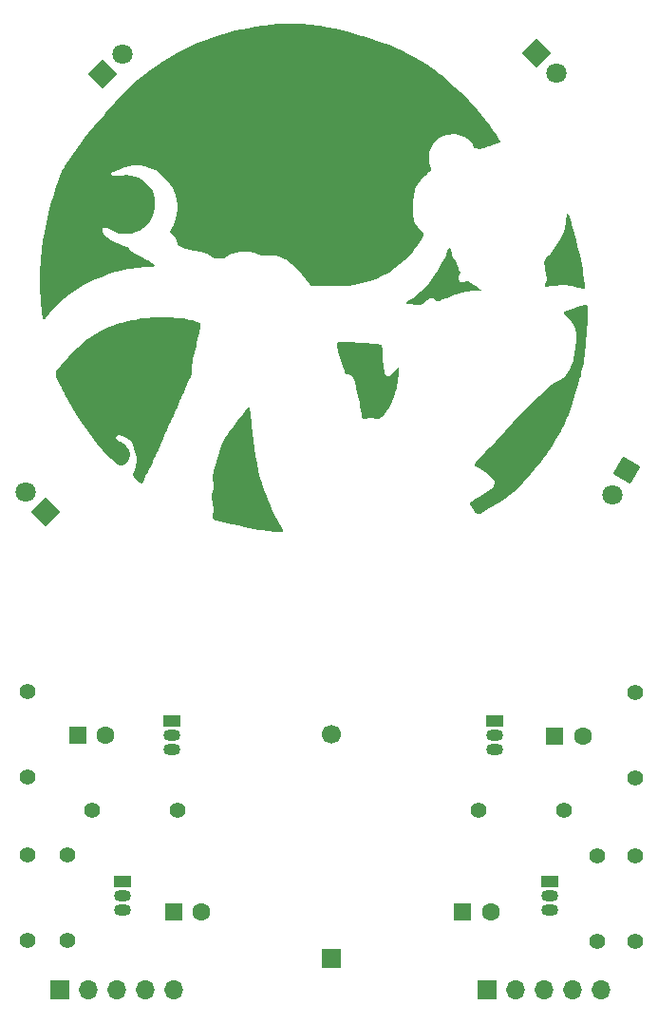
<source format=gts>
G04 #@! TF.GenerationSoftware,KiCad,Pcbnew,(6.0.11)*
G04 #@! TF.CreationDate,2023-07-10T16:30:22-05:00*
G04 #@! TF.ProjectId,sailor_moon,7361696c-6f72-45f6-9d6f-6f6e2e6b6963,rev?*
G04 #@! TF.SameCoordinates,Original*
G04 #@! TF.FileFunction,Soldermask,Top*
G04 #@! TF.FilePolarity,Negative*
%FSLAX46Y46*%
G04 Gerber Fmt 4.6, Leading zero omitted, Abs format (unit mm)*
G04 Created by KiCad (PCBNEW (6.0.11)) date 2023-07-10 16:30:22*
%MOMM*%
%LPD*%
G01*
G04 APERTURE LIST*
G04 Aperture macros list*
%AMRotRect*
0 Rectangle, with rotation*
0 The origin of the aperture is its center*
0 $1 length*
0 $2 width*
0 $3 Rotation angle, in degrees counterclockwise*
0 Add horizontal line*
21,1,$1,$2,0,0,$3*%
G04 Aperture macros list end*
%ADD10RotRect,1.800000X1.800000X240.000000*%
%ADD11C,1.800000*%
%ADD12C,1.400000*%
%ADD13R,1.600000X1.600000*%
%ADD14C,1.600000*%
%ADD15R,1.500000X1.050000*%
%ADD16O,1.500000X1.050000*%
%ADD17R,1.700000X1.700000*%
%ADD18C,1.700000*%
%ADD19RotRect,1.800000X1.800000X135.000000*%
%ADD20O,1.700000X1.700000*%
%ADD21RotRect,1.800000X1.800000X315.000000*%
%ADD22RotRect,1.800000X1.800000X45.000000*%
G04 APERTURE END LIST*
G36*
X126878581Y-62879859D02*
G01*
X127340745Y-62882955D01*
X127752983Y-62892256D01*
X128131947Y-62909087D01*
X128494287Y-62934775D01*
X128856654Y-62970646D01*
X129235699Y-63018025D01*
X129648072Y-63078239D01*
X129928614Y-63122733D01*
X130202587Y-63168946D01*
X130465149Y-63217245D01*
X130725142Y-63269786D01*
X130991409Y-63328728D01*
X131272792Y-63396228D01*
X131578132Y-63474444D01*
X131916271Y-63565533D01*
X132296052Y-63671654D01*
X132726316Y-63794965D01*
X132953220Y-63860849D01*
X133713304Y-64089012D01*
X134416126Y-64314806D01*
X135070875Y-64542221D01*
X135686740Y-64775245D01*
X136272909Y-65017867D01*
X136838571Y-65274078D01*
X137392915Y-65547864D01*
X137945130Y-65843217D01*
X138504405Y-66164124D01*
X139079928Y-66514574D01*
X139111301Y-66534200D01*
X139420683Y-66732272D01*
X139703845Y-66923655D01*
X139973167Y-67117835D01*
X140241027Y-67324297D01*
X140519805Y-67552527D01*
X140821878Y-67812012D01*
X141096006Y-68055090D01*
X141598542Y-68511343D01*
X142054915Y-68939002D01*
X142473722Y-69347650D01*
X142863562Y-69746869D01*
X143233033Y-70146239D01*
X143590733Y-70555342D01*
X143945260Y-70983759D01*
X144305213Y-71441073D01*
X144679189Y-71936865D01*
X145075787Y-72480715D01*
X145109350Y-72527422D01*
X145278574Y-72765135D01*
X145410233Y-72955764D01*
X145507244Y-73105306D01*
X145572521Y-73219758D01*
X145608981Y-73305115D01*
X145619541Y-73367374D01*
X145607116Y-73412530D01*
X145574622Y-73446581D01*
X145560878Y-73455851D01*
X145508525Y-73478509D01*
X145405518Y-73515295D01*
X145265290Y-73561666D01*
X145101279Y-73613082D01*
X145046819Y-73629603D01*
X144860435Y-73688859D01*
X144676839Y-73752782D01*
X144515610Y-73814208D01*
X144396328Y-73865974D01*
X144383851Y-73872165D01*
X144217749Y-73938460D01*
X144028026Y-73985435D01*
X143832081Y-74011597D01*
X143647312Y-74015454D01*
X143491120Y-73995514D01*
X143391427Y-73957284D01*
X143357867Y-73920498D01*
X143297840Y-73839967D01*
X143220500Y-73728399D01*
X143152410Y-73625484D01*
X142990504Y-73392684D01*
X142838126Y-73212388D01*
X142684154Y-73073623D01*
X142517461Y-72965415D01*
X142446461Y-72929059D01*
X142189234Y-72820246D01*
X141940334Y-72748711D01*
X141683767Y-72712515D01*
X141403536Y-72709717D01*
X141083645Y-72738378D01*
X140984704Y-72751788D01*
X140786402Y-72785144D01*
X140628913Y-72824888D01*
X140486304Y-72878589D01*
X140384445Y-72927018D01*
X140081928Y-73116776D01*
X139815277Y-73358901D01*
X139591324Y-73645654D01*
X139416898Y-73969293D01*
X139376439Y-74069250D01*
X139344769Y-74159194D01*
X139322579Y-74242286D01*
X139308280Y-74333193D01*
X139300282Y-74446581D01*
X139296995Y-74597116D01*
X139296830Y-74799467D01*
X139296846Y-74803547D01*
X139298524Y-75007057D01*
X139302982Y-75159099D01*
X139312035Y-75274951D01*
X139327497Y-75369893D01*
X139351181Y-75459204D01*
X139384902Y-75558162D01*
X139387193Y-75564491D01*
X139435475Y-75711278D01*
X139451599Y-75818993D01*
X139430029Y-75905606D01*
X139365230Y-75989091D01*
X139251665Y-76087420D01*
X139217875Y-76114173D01*
X139074876Y-76239401D01*
X138908118Y-76406047D01*
X138730304Y-76599618D01*
X138554141Y-76805618D01*
X138392334Y-77009553D01*
X138257588Y-77196927D01*
X138224534Y-77247440D01*
X138124287Y-77416508D01*
X138054978Y-77566916D01*
X138003336Y-77730021D01*
X137980437Y-77824178D01*
X137938764Y-78046952D01*
X137903878Y-78311351D01*
X137876280Y-78603944D01*
X137856470Y-78911300D01*
X137844948Y-79219990D01*
X137842216Y-79516584D01*
X137848773Y-79787650D01*
X137865120Y-80019758D01*
X137891758Y-80199478D01*
X137891895Y-80200117D01*
X137956955Y-80455539D01*
X138036738Y-80662900D01*
X138142179Y-80839465D01*
X138284210Y-81002496D01*
X138473763Y-81169260D01*
X138537326Y-81219348D01*
X138636285Y-81300837D01*
X138711313Y-81378420D01*
X138760796Y-81458051D01*
X138783120Y-81545681D01*
X138776671Y-81647264D01*
X138739836Y-81768752D01*
X138670999Y-81916096D01*
X138568547Y-82095251D01*
X138430866Y-82312167D01*
X138256343Y-82572797D01*
X138113974Y-82780683D01*
X137830686Y-83156220D01*
X137493144Y-83541470D01*
X137110971Y-83926747D01*
X136693786Y-84302367D01*
X136251211Y-84658645D01*
X136239878Y-84667240D01*
X135724437Y-85019346D01*
X135160016Y-85334202D01*
X134555030Y-85608650D01*
X133917891Y-85839531D01*
X133257014Y-86023686D01*
X132580811Y-86157956D01*
X132102103Y-86220651D01*
X131969155Y-86231222D01*
X131788695Y-86240980D01*
X131568830Y-86249842D01*
X131317672Y-86257723D01*
X131043330Y-86264540D01*
X130753912Y-86270208D01*
X130457530Y-86274643D01*
X130162291Y-86277761D01*
X129876307Y-86279478D01*
X129607687Y-86279710D01*
X129364540Y-86278373D01*
X129154976Y-86275383D01*
X128987104Y-86270655D01*
X128869034Y-86264105D01*
X128808876Y-86255650D01*
X128806654Y-86254825D01*
X128734411Y-86199459D01*
X128644314Y-86085766D01*
X128542529Y-85925123D01*
X128447563Y-85783759D01*
X128311553Y-85607935D01*
X128143493Y-85407374D01*
X127952380Y-85191801D01*
X127747209Y-84970939D01*
X127536976Y-84754512D01*
X127330675Y-84552242D01*
X127137303Y-84373853D01*
X126995401Y-84252789D01*
X126635124Y-83986432D01*
X126281393Y-83781686D01*
X125924574Y-83635396D01*
X125555031Y-83544410D01*
X125163129Y-83505573D01*
X124742444Y-83515491D01*
X124375296Y-83543081D01*
X124074902Y-83416315D01*
X123713809Y-83295149D01*
X123316597Y-83217283D01*
X122898430Y-83183290D01*
X122474474Y-83193738D01*
X122059897Y-83249200D01*
X121738502Y-83328387D01*
X121642546Y-83367878D01*
X121510793Y-83435833D01*
X121361900Y-83522099D01*
X121238241Y-83600617D01*
X121094857Y-83694624D01*
X120993183Y-83756369D01*
X120919969Y-83791478D01*
X120861965Y-83805578D01*
X120805920Y-83804295D01*
X120770961Y-83799042D01*
X120677067Y-83786405D01*
X120540230Y-83772221D01*
X120384146Y-83758846D01*
X120317899Y-83753992D01*
X120163696Y-83741426D01*
X120058596Y-83726091D01*
X119984978Y-83703244D01*
X119925220Y-83668142D01*
X119887367Y-83638114D01*
X119707784Y-83513335D01*
X119476644Y-83399286D01*
X119190311Y-83294660D01*
X118845148Y-83198153D01*
X118437519Y-83108456D01*
X118384100Y-83098063D01*
X117984322Y-83015474D01*
X117648841Y-82933385D01*
X117375215Y-82850913D01*
X117161003Y-82767176D01*
X117003763Y-82681292D01*
X116901051Y-82592379D01*
X116872490Y-82552048D01*
X116816472Y-82433903D01*
X116765855Y-82291047D01*
X116729371Y-82151648D01*
X116715744Y-82046386D01*
X116699053Y-81990010D01*
X116645457Y-81912526D01*
X116549288Y-81806793D01*
X116440443Y-81699511D01*
X116309439Y-81570859D01*
X116225248Y-81472319D01*
X116185373Y-81389009D01*
X116187317Y-81306045D01*
X116228583Y-81208543D01*
X116306676Y-81081620D01*
X116330657Y-81045072D01*
X116410988Y-80918769D01*
X116485764Y-80793844D01*
X116539153Y-80696770D01*
X116540235Y-80694612D01*
X116695067Y-80310858D01*
X116793275Y-79895290D01*
X116834710Y-79451680D01*
X116819228Y-78983800D01*
X116746680Y-78495422D01*
X116642235Y-78074507D01*
X116527318Y-77737126D01*
X116387585Y-77440020D01*
X116210559Y-77160167D01*
X116005966Y-76900415D01*
X115685076Y-76553006D01*
X115363815Y-76265888D01*
X115033586Y-76033105D01*
X114685791Y-75848704D01*
X114311832Y-75706729D01*
X114259129Y-75690565D01*
X113875902Y-75589143D01*
X113518248Y-75524318D01*
X113175231Y-75497065D01*
X112835911Y-75508359D01*
X112489351Y-75559176D01*
X112124614Y-75650490D01*
X111730760Y-75783277D01*
X111308147Y-75953662D01*
X111118439Y-76042211D01*
X110988977Y-76120606D01*
X110914792Y-76192945D01*
X110890915Y-76263326D01*
X110894990Y-76294441D01*
X110948400Y-76373796D01*
X111058423Y-76419435D01*
X111225522Y-76431490D01*
X111351458Y-76422860D01*
X111628574Y-76397723D01*
X111906153Y-76380446D01*
X112168301Y-76371527D01*
X112399123Y-76371462D01*
X112582727Y-76380749D01*
X112609856Y-76383488D01*
X112823596Y-76423608D01*
X113073666Y-76497726D01*
X113342860Y-76599956D01*
X113613976Y-76724416D01*
X113629347Y-76732167D01*
X113764037Y-76818004D01*
X113922479Y-76947039D01*
X114091681Y-77106741D01*
X114258652Y-77284577D01*
X114410399Y-77468014D01*
X114457053Y-77530589D01*
X114613083Y-77799859D01*
X114730061Y-78119877D01*
X114806910Y-78486494D01*
X114842557Y-78895560D01*
X114845065Y-79028268D01*
X114819855Y-79318472D01*
X114745178Y-79635363D01*
X114625676Y-79966533D01*
X114465992Y-80299575D01*
X114270769Y-80622083D01*
X114222623Y-80691642D01*
X114030956Y-80910561D01*
X113783449Y-81110730D01*
X113489807Y-81286050D01*
X113159734Y-81430426D01*
X112926939Y-81505717D01*
X112768805Y-81545980D01*
X112625024Y-81571367D01*
X112470663Y-81584860D01*
X112280789Y-81589440D01*
X112226019Y-81589543D01*
X111999802Y-81585478D01*
X111808239Y-81571029D01*
X111634365Y-81542022D01*
X111461213Y-81494282D01*
X111271816Y-81423634D01*
X111049208Y-81325903D01*
X110931781Y-81271079D01*
X110715866Y-81172049D01*
X110549034Y-81104086D01*
X110422112Y-81065663D01*
X110325926Y-81055255D01*
X110251303Y-81071335D01*
X110189069Y-81112379D01*
X110159041Y-81142546D01*
X110125441Y-81191870D01*
X110119692Y-81250490D01*
X110139567Y-81344387D01*
X110141200Y-81350500D01*
X110230813Y-81558507D01*
X110386000Y-81761441D01*
X110605721Y-81958595D01*
X110888938Y-82149261D01*
X111234614Y-82332730D01*
X111641710Y-82508295D01*
X112059133Y-82658753D01*
X112426282Y-82780822D01*
X112521616Y-82963287D01*
X112616951Y-83145752D01*
X113406110Y-83551662D01*
X113721954Y-83714273D01*
X113983643Y-83849584D01*
X114196462Y-83960680D01*
X114365695Y-84050642D01*
X114496625Y-84122557D01*
X114594538Y-84179507D01*
X114664716Y-84224576D01*
X114712445Y-84260849D01*
X114743008Y-84291410D01*
X114761690Y-84319342D01*
X114773773Y-84347729D01*
X114774721Y-84350421D01*
X114788791Y-84427158D01*
X114765016Y-84482497D01*
X114696870Y-84519338D01*
X114577830Y-84540585D01*
X114401371Y-84549138D01*
X114326779Y-84549671D01*
X114096795Y-84556476D01*
X113813679Y-84575974D01*
X113489552Y-84606787D01*
X113136536Y-84647539D01*
X112766754Y-84696854D01*
X112392327Y-84753354D01*
X112097032Y-84802900D01*
X111732665Y-84874617D01*
X111372218Y-84961924D01*
X111004815Y-85068363D01*
X110619578Y-85197477D01*
X110205632Y-85352809D01*
X109752100Y-85537900D01*
X109472405Y-85657772D01*
X108945431Y-85903308D01*
X108436530Y-86175228D01*
X107931409Y-86482032D01*
X107415774Y-86832216D01*
X107068625Y-87086805D01*
X106756943Y-87335682D01*
X106444470Y-87614687D01*
X106124354Y-87930678D01*
X105789741Y-88290510D01*
X105433776Y-88701039D01*
X105325795Y-88830289D01*
X105202773Y-88976413D01*
X105111987Y-89077491D01*
X105044872Y-89141312D01*
X104992865Y-89175665D01*
X104947401Y-89188338D01*
X104931265Y-89189093D01*
X104854384Y-89174587D01*
X104819753Y-89122342D01*
X104817732Y-89113994D01*
X104808481Y-89056778D01*
X104793335Y-88945945D01*
X104773932Y-88794208D01*
X104751907Y-88614277D01*
X104735003Y-88471484D01*
X104719550Y-88333647D01*
X104704972Y-88190787D01*
X104690831Y-88036570D01*
X104676691Y-87864658D01*
X104662114Y-87668716D01*
X104646663Y-87442410D01*
X104629901Y-87179401D01*
X104611390Y-86873356D01*
X104590694Y-86517938D01*
X104567375Y-86106811D01*
X104548448Y-85767936D01*
X104546553Y-85636317D01*
X104551482Y-85447714D01*
X104562485Y-85211464D01*
X104578810Y-84936907D01*
X104599704Y-84633380D01*
X104624417Y-84310222D01*
X104652197Y-83976771D01*
X104682292Y-83642367D01*
X104713951Y-83316346D01*
X104746422Y-83008048D01*
X104778953Y-82726810D01*
X104810792Y-82481972D01*
X104815756Y-82446911D01*
X104859862Y-82167209D01*
X104918861Y-81835053D01*
X104990148Y-81462412D01*
X105071120Y-81061253D01*
X105159170Y-80643543D01*
X105251694Y-80221251D01*
X105346088Y-79806342D01*
X105439748Y-79410785D01*
X105530067Y-79046548D01*
X105614443Y-78725597D01*
X105664607Y-78546752D01*
X105804638Y-78078815D01*
X105949432Y-77624093D01*
X106095965Y-77190923D01*
X106241209Y-76787639D01*
X106382139Y-76422577D01*
X106515729Y-76104072D01*
X106638954Y-75840461D01*
X106666844Y-75785914D01*
X106733118Y-75664489D01*
X106813853Y-75527409D01*
X106912386Y-75369695D01*
X107032051Y-75186372D01*
X107176184Y-74972463D01*
X107348120Y-74722991D01*
X107551196Y-74432980D01*
X107788746Y-74097452D01*
X107953129Y-73866728D01*
X108187839Y-73538284D01*
X108389659Y-73257104D01*
X108564256Y-73015957D01*
X108717297Y-72807616D01*
X108854451Y-72624852D01*
X108981384Y-72460435D01*
X109103765Y-72307137D01*
X109227261Y-72157729D01*
X109357540Y-72004982D01*
X109500270Y-71841666D01*
X109661117Y-71660555D01*
X109835504Y-71465834D01*
X110055296Y-71219839D01*
X110288651Y-70956738D01*
X110524931Y-70688657D01*
X110753495Y-70427723D01*
X110963705Y-70186065D01*
X111144919Y-69975807D01*
X111219739Y-69888115D01*
X111741115Y-69310978D01*
X112324615Y-68733014D01*
X112965765Y-68157983D01*
X113660092Y-67589648D01*
X114403123Y-67031772D01*
X115190386Y-66488117D01*
X115509554Y-66280045D01*
X115955772Y-65996793D01*
X116359281Y-65747791D01*
X116730940Y-65527455D01*
X117081605Y-65330201D01*
X117422135Y-65150444D01*
X117763389Y-64982601D01*
X118116223Y-64821088D01*
X118491496Y-64660320D01*
X118900066Y-64494714D01*
X119236648Y-64363293D01*
X119807293Y-64150072D01*
X120355398Y-63960051D01*
X120891863Y-63790536D01*
X121427590Y-63638833D01*
X121973480Y-63502247D01*
X122540434Y-63378085D01*
X123139354Y-63263653D01*
X123781140Y-63156256D01*
X124476695Y-63053201D01*
X124616118Y-63033849D01*
X125743759Y-62878856D01*
X126878581Y-62879859D01*
G37*
G36*
X115724420Y-89032067D02*
G01*
X116276469Y-89053042D01*
X116809141Y-89092385D01*
X117308833Y-89149739D01*
X117761944Y-89224746D01*
X117894005Y-89252225D01*
X118175504Y-89315513D01*
X118398241Y-89370188D01*
X118569034Y-89420115D01*
X118694698Y-89469162D01*
X118782049Y-89521193D01*
X118837904Y-89580076D01*
X118869079Y-89649677D01*
X118882390Y-89733862D01*
X118884757Y-89814194D01*
X118876600Y-89905607D01*
X118853444Y-90052538D01*
X118817266Y-90245947D01*
X118770041Y-90476792D01*
X118713745Y-90736032D01*
X118650354Y-91014624D01*
X118581842Y-91303528D01*
X118510187Y-91593702D01*
X118437362Y-91876105D01*
X118419666Y-91942706D01*
X118356457Y-92199280D01*
X118294821Y-92486563D01*
X118237014Y-92790498D01*
X118185290Y-93097029D01*
X118141905Y-93392101D01*
X118109115Y-93661657D01*
X118089176Y-93891640D01*
X118083996Y-94034479D01*
X118081051Y-94094012D01*
X118070553Y-94159132D01*
X118049677Y-94237086D01*
X118015600Y-94335120D01*
X117965497Y-94460482D01*
X117896543Y-94620418D01*
X117805915Y-94822175D01*
X117690788Y-95073000D01*
X117617924Y-95230354D01*
X117518029Y-95449512D01*
X117404648Y-95704491D01*
X117289227Y-95969189D01*
X117183208Y-96217501D01*
X117143070Y-96313439D01*
X117046329Y-96541715D01*
X116931500Y-96805115D01*
X116809642Y-97078707D01*
X116691815Y-97337562D01*
X116626453Y-97477985D01*
X116472616Y-97805745D01*
X116340901Y-98088726D01*
X116224440Y-98342276D01*
X116116359Y-98581744D01*
X116009790Y-98822480D01*
X115897861Y-99079834D01*
X115773701Y-99369153D01*
X115652927Y-99652825D01*
X115543785Y-99907690D01*
X115430242Y-100169111D01*
X115318575Y-100422890D01*
X115215067Y-100654834D01*
X115125996Y-100850745D01*
X115069327Y-100972050D01*
X114973100Y-101176749D01*
X114868388Y-101403874D01*
X114767594Y-101626287D01*
X114683119Y-101816851D01*
X114680368Y-101823167D01*
X114622490Y-101949746D01*
X114539753Y-102121960D01*
X114438034Y-102328327D01*
X114323208Y-102557368D01*
X114201150Y-102797603D01*
X114077738Y-103037552D01*
X113958846Y-103265736D01*
X113850351Y-103470674D01*
X113758128Y-103640886D01*
X113688053Y-103764893D01*
X113677039Y-103783427D01*
X113621689Y-103875397D01*
X113474576Y-103770968D01*
X113216830Y-103559076D01*
X113016597Y-103331516D01*
X112972375Y-103266860D01*
X112902475Y-103121021D01*
X112893709Y-102987267D01*
X112945770Y-102851583D01*
X112962698Y-102824142D01*
X112991287Y-102762717D01*
X113030535Y-102655732D01*
X113073722Y-102522078D01*
X113091830Y-102461115D01*
X113134260Y-102298356D01*
X113160367Y-102150306D01*
X113173565Y-101990037D01*
X113177266Y-101790622D01*
X113177267Y-101787166D01*
X113175162Y-101613009D01*
X113166354Y-101474355D01*
X113147100Y-101346990D01*
X113113660Y-101206696D01*
X113062292Y-101029257D01*
X113057946Y-101014882D01*
X112950298Y-100684532D01*
X112845990Y-100415127D01*
X112745840Y-100208599D01*
X112661822Y-100080431D01*
X112564006Y-99982054D01*
X112424944Y-99872566D01*
X112265224Y-99766013D01*
X112105432Y-99676438D01*
X112002147Y-99630436D01*
X111856782Y-99589725D01*
X111704049Y-99570536D01*
X111562601Y-99572870D01*
X111451090Y-99596727D01*
X111396763Y-99630420D01*
X111342715Y-99717666D01*
X111343316Y-99803754D01*
X111401095Y-99892162D01*
X111518583Y-99986369D01*
X111698309Y-100089852D01*
X111749748Y-100115843D01*
X111914132Y-100199158D01*
X112032967Y-100266689D01*
X112121444Y-100330340D01*
X112194755Y-100402014D01*
X112268092Y-100493617D01*
X112315765Y-100559361D01*
X112432592Y-100731026D01*
X112511607Y-100870672D01*
X112559599Y-100995952D01*
X112583353Y-101124517D01*
X112589661Y-101271616D01*
X112583659Y-101430385D01*
X112562222Y-101550042D01*
X112520198Y-101657430D01*
X112512825Y-101672141D01*
X112433476Y-101799036D01*
X112327332Y-101931875D01*
X112212035Y-102051173D01*
X112105223Y-102137445D01*
X112075822Y-102154840D01*
X111921874Y-102209501D01*
X111759282Y-102225815D01*
X111616270Y-102201283D01*
X111604434Y-102196614D01*
X111536631Y-102154888D01*
X111430033Y-102073089D01*
X111292738Y-101958648D01*
X111132848Y-101818999D01*
X110958461Y-101661574D01*
X110777679Y-101493806D01*
X110598600Y-101323129D01*
X110429324Y-101156975D01*
X110277952Y-101002776D01*
X110152584Y-100867966D01*
X110135196Y-100848371D01*
X109690523Y-100319415D01*
X109234013Y-99730243D01*
X108768983Y-99085648D01*
X108298751Y-98390425D01*
X107826635Y-97649369D01*
X107355953Y-96867274D01*
X107229078Y-96648883D01*
X107129325Y-96473195D01*
X107014891Y-96267128D01*
X106890038Y-96038775D01*
X106759029Y-95796231D01*
X106626126Y-95547590D01*
X106495593Y-95300945D01*
X106371690Y-95064392D01*
X106258681Y-94846023D01*
X106160828Y-94653933D01*
X106082394Y-94496217D01*
X106027641Y-94380968D01*
X106001038Y-94316936D01*
X105969862Y-94112358D01*
X106004787Y-93906121D01*
X106105313Y-93701069D01*
X106111213Y-93692150D01*
X106238010Y-93518946D01*
X106408552Y-93310637D01*
X106615310Y-93074859D01*
X106850751Y-92819250D01*
X107107346Y-92551444D01*
X107377564Y-92279080D01*
X107653873Y-92009794D01*
X107928744Y-91751221D01*
X108194645Y-91511000D01*
X108444045Y-91296766D01*
X108592240Y-91176254D01*
X109219172Y-90721513D01*
X109882218Y-90320384D01*
X110574960Y-89976229D01*
X111290980Y-89692411D01*
X111642077Y-89578288D01*
X111863551Y-89515460D01*
X112127872Y-89447029D01*
X112418426Y-89376733D01*
X112718598Y-89308309D01*
X113011771Y-89245497D01*
X113281332Y-89192035D01*
X113510664Y-89151660D01*
X113594481Y-89139014D01*
X114088024Y-89082934D01*
X114616596Y-89046654D01*
X115166595Y-89029818D01*
X115724420Y-89032067D01*
G37*
G36*
X153292555Y-87942337D02*
G01*
X153346649Y-87973493D01*
X153367733Y-87992502D01*
X153383769Y-88019041D01*
X153395381Y-88061543D01*
X153403192Y-88128438D01*
X153407825Y-88228160D01*
X153409903Y-88369138D01*
X153410049Y-88559807D01*
X153408887Y-88808596D01*
X153408849Y-88815204D01*
X153404869Y-89086316D01*
X153396438Y-89379261D01*
X153384447Y-89672731D01*
X153369786Y-89945419D01*
X153353346Y-90176019D01*
X153350654Y-90207095D01*
X153332801Y-90407877D01*
X153310636Y-90658454D01*
X153285628Y-90942120D01*
X153259251Y-91242168D01*
X153232974Y-91541892D01*
X153212524Y-91775821D01*
X153189202Y-92037667D01*
X153165800Y-92290729D01*
X153143433Y-92523653D01*
X153123216Y-92725085D01*
X153106264Y-92883672D01*
X153093692Y-92988060D01*
X153092859Y-92994086D01*
X153060967Y-93178260D01*
X153011178Y-93411567D01*
X152947018Y-93679921D01*
X152872018Y-93969234D01*
X152789704Y-94265418D01*
X152703605Y-94554384D01*
X152695808Y-94579500D01*
X152472084Y-95306235D01*
X152247890Y-96052283D01*
X152066334Y-96668857D01*
X151967258Y-97000760D01*
X151876744Y-97285119D01*
X151788143Y-97539386D01*
X151694803Y-97781016D01*
X151590074Y-98027461D01*
X151467305Y-98296175D01*
X151361713Y-98518002D01*
X151269797Y-98702339D01*
X151153316Y-98925925D01*
X151018339Y-99177946D01*
X150870939Y-99447585D01*
X150717185Y-99724025D01*
X150563149Y-99996452D01*
X150414901Y-100254049D01*
X150278512Y-100486000D01*
X150160052Y-100681488D01*
X150065592Y-100829699D01*
X150057081Y-100842423D01*
X149776207Y-101239516D01*
X149447451Y-101668153D01*
X149076880Y-102120562D01*
X148875103Y-102356373D01*
X148700189Y-102558122D01*
X148509971Y-102777801D01*
X148319209Y-102998346D01*
X148142661Y-103202696D01*
X147995083Y-103373789D01*
X147994578Y-103374375D01*
X147844130Y-103548329D01*
X147685297Y-103730819D01*
X147532749Y-103905066D01*
X147401155Y-104054290D01*
X147344841Y-104117585D01*
X147095790Y-104371173D01*
X146793550Y-104636577D01*
X146448628Y-104905639D01*
X146071530Y-105170205D01*
X145672765Y-105422118D01*
X145636531Y-105443678D01*
X145522469Y-105512152D01*
X145363931Y-105608668D01*
X145172992Y-105725803D01*
X144961731Y-105856134D01*
X144742224Y-105992239D01*
X144601840Y-106079664D01*
X144345324Y-106238232D01*
X144137589Y-106362386D01*
X143971908Y-106454795D01*
X143841552Y-106518124D01*
X143739795Y-106555041D01*
X143659908Y-106568214D01*
X143595166Y-106560309D01*
X143538839Y-106533994D01*
X143509253Y-106512831D01*
X143444991Y-106449591D01*
X143360623Y-106348835D01*
X143264355Y-106222546D01*
X143164393Y-106082707D01*
X143068944Y-105941299D01*
X142986215Y-105810305D01*
X142924412Y-105701707D01*
X142891741Y-105627488D01*
X142888891Y-105607046D01*
X142908772Y-105573608D01*
X142963582Y-105523936D01*
X143058004Y-105454798D01*
X143196719Y-105362961D01*
X143384411Y-105245193D01*
X143625763Y-105098260D01*
X143626747Y-105097667D01*
X143995797Y-104872288D01*
X144306705Y-104675991D01*
X144560920Y-104507774D01*
X144759892Y-104366637D01*
X144905071Y-104251581D01*
X144997908Y-104161604D01*
X145015384Y-104139876D01*
X145070046Y-104020763D01*
X145096316Y-103865943D01*
X145093815Y-103700304D01*
X145062164Y-103548730D01*
X145025602Y-103469253D01*
X144911832Y-103323032D01*
X144745033Y-103159526D01*
X144534343Y-102985770D01*
X144288901Y-102808795D01*
X144017846Y-102635635D01*
X143734034Y-102475287D01*
X143569638Y-102385313D01*
X143457699Y-102315522D01*
X143389626Y-102259101D01*
X143356825Y-102209236D01*
X143350197Y-102170933D01*
X143372761Y-102102755D01*
X143440992Y-101995507D01*
X143555703Y-101848221D01*
X143717705Y-101659928D01*
X143927810Y-101429657D01*
X144186829Y-101156439D01*
X144283187Y-101056677D01*
X144489455Y-100842675D01*
X144717443Y-100603934D01*
X144951477Y-100357012D01*
X145175888Y-100118463D01*
X145375004Y-99904846D01*
X145439243Y-99835316D01*
X145605710Y-99654557D01*
X145805436Y-99437634D01*
X146026486Y-99197512D01*
X146256926Y-98947157D01*
X146484821Y-98699534D01*
X146698237Y-98467607D01*
X146713289Y-98451248D01*
X147359438Y-97758787D01*
X147971176Y-97123349D01*
X148548619Y-96544825D01*
X149091880Y-96023106D01*
X149601074Y-95558080D01*
X150076313Y-95149638D01*
X150438817Y-94858364D01*
X150506025Y-94817601D01*
X150611815Y-94765233D01*
X150723049Y-94716879D01*
X150996481Y-94584033D01*
X151237335Y-94417712D01*
X151451284Y-94211410D01*
X151644006Y-93958621D01*
X151821175Y-93652839D01*
X151988468Y-93287558D01*
X152004854Y-93247553D01*
X152047124Y-93138659D01*
X152083904Y-93030922D01*
X152117249Y-92914882D01*
X152149211Y-92781083D01*
X152181842Y-92620067D01*
X152217197Y-92422376D01*
X152257327Y-92178553D01*
X152304287Y-91879139D01*
X152310179Y-91840965D01*
X152355089Y-91541550D01*
X152388354Y-91297056D01*
X152410611Y-91096788D01*
X152422495Y-90930053D01*
X152424642Y-90786155D01*
X152417688Y-90654402D01*
X152402268Y-90524098D01*
X152392251Y-90460158D01*
X152304138Y-90087676D01*
X152167105Y-89750612D01*
X151975862Y-89439241D01*
X151725115Y-89143834D01*
X151619383Y-89039639D01*
X151470057Y-88893958D01*
X151369006Y-88782609D01*
X151312131Y-88698537D01*
X151295330Y-88634687D01*
X151314503Y-88584004D01*
X151339723Y-88558495D01*
X151399612Y-88524839D01*
X151512751Y-88475591D01*
X151668463Y-88414373D01*
X151856068Y-88344808D01*
X152064888Y-88270518D01*
X152284245Y-88195125D01*
X152503460Y-88122251D01*
X152711855Y-88055520D01*
X152898751Y-87998553D01*
X153053469Y-87954973D01*
X153165331Y-87928403D01*
X153216582Y-87921823D01*
X153292555Y-87942337D01*
G37*
G36*
X141169029Y-82899431D02*
G01*
X141171915Y-82903304D01*
X141205285Y-82973997D01*
X141230705Y-83070524D01*
X141232038Y-83078531D01*
X141277954Y-83307472D01*
X141343000Y-83505502D01*
X141439365Y-83708103D01*
X141463473Y-83752302D01*
X141535092Y-83887819D01*
X141616630Y-84052475D01*
X141703127Y-84235045D01*
X141789622Y-84424302D01*
X141871153Y-84609021D01*
X141942759Y-84777975D01*
X141999481Y-84919938D01*
X142036355Y-85023685D01*
X142048489Y-85076114D01*
X142022268Y-85147086D01*
X141968515Y-85201322D01*
X141899725Y-85282642D01*
X141872247Y-85396977D01*
X141882043Y-85528359D01*
X141925075Y-85660818D01*
X141997305Y-85778386D01*
X142094695Y-85865092D01*
X142142293Y-85888527D01*
X142235523Y-85898401D01*
X142384301Y-85879321D01*
X142453003Y-85864885D01*
X142580396Y-85840776D01*
X142690919Y-85828402D01*
X142760887Y-85830403D01*
X142761414Y-85830533D01*
X142821303Y-85856846D01*
X142919338Y-85911689D01*
X143038866Y-85985466D01*
X143101559Y-86026505D01*
X143258878Y-86128867D01*
X143434919Y-86239282D01*
X143596218Y-86336831D01*
X143623781Y-86352966D01*
X143783064Y-86454750D01*
X143878359Y-86537542D01*
X143909774Y-86600990D01*
X143877420Y-86644738D01*
X143781405Y-86668434D01*
X143621840Y-86671724D01*
X143526779Y-86666261D01*
X143364496Y-86658792D01*
X143205943Y-86663331D01*
X143028720Y-86681428D01*
X142810431Y-86714637D01*
X142797637Y-86716790D01*
X142518431Y-86764822D01*
X142293421Y-86806344D01*
X142110775Y-86844650D01*
X141958660Y-86883032D01*
X141825242Y-86924786D01*
X141698688Y-86973206D01*
X141567166Y-87031584D01*
X141431012Y-87097211D01*
X141248804Y-87181655D01*
X141055044Y-87262638D01*
X140873805Y-87330562D01*
X140738297Y-87373409D01*
X140588365Y-87417481D01*
X140446489Y-87465368D01*
X140337287Y-87508584D01*
X140314069Y-87519629D01*
X140195557Y-87563394D01*
X140070160Y-87586100D01*
X140046445Y-87586990D01*
X139955063Y-87577986D01*
X139876033Y-87543005D01*
X139784251Y-87470096D01*
X139766021Y-87453482D01*
X139652613Y-87367126D01*
X139539689Y-87323536D01*
X139419662Y-87324649D01*
X139284944Y-87372406D01*
X139127946Y-87468746D01*
X138941081Y-87615608D01*
X138860973Y-87684793D01*
X138755616Y-87772825D01*
X138659668Y-87844875D01*
X138591300Y-87887448D01*
X138583439Y-87890895D01*
X138494308Y-87908447D01*
X138353647Y-87916037D01*
X138175886Y-87913963D01*
X137975454Y-87902523D01*
X137766781Y-87882014D01*
X137692773Y-87872517D01*
X137549080Y-87851277D01*
X137423179Y-87829885D01*
X137335269Y-87811879D01*
X137315334Y-87806438D01*
X137255624Y-87763741D01*
X137249102Y-87704042D01*
X137291862Y-87644930D01*
X137359002Y-87609855D01*
X137489976Y-87550506D01*
X137658187Y-87447494D01*
X137856079Y-87306654D01*
X138076097Y-87133818D01*
X138310686Y-86934819D01*
X138552291Y-86715492D01*
X138698201Y-86575858D01*
X138854086Y-86423136D01*
X138981662Y-86295650D01*
X139088842Y-86183576D01*
X139183537Y-86077093D01*
X139273659Y-85966379D01*
X139367120Y-85841610D01*
X139471832Y-85692964D01*
X139595707Y-85510620D01*
X139746658Y-85284755D01*
X139787058Y-85224084D01*
X140037693Y-84842935D01*
X140250142Y-84509024D01*
X140427258Y-84216940D01*
X140571896Y-83961275D01*
X140686908Y-83736617D01*
X140775149Y-83537555D01*
X140839473Y-83358681D01*
X140882733Y-83194583D01*
X140896724Y-83120263D01*
X140926600Y-83011905D01*
X140983225Y-82941028D01*
X141025504Y-82911658D01*
X141097004Y-82871981D01*
X141136938Y-82868357D01*
X141169029Y-82899431D01*
G37*
G36*
X151654925Y-79818591D02*
G01*
X151695983Y-79848410D01*
X151736278Y-79906180D01*
X151778555Y-79998501D01*
X151825559Y-80131976D01*
X151880035Y-80313208D01*
X151944727Y-80548798D01*
X151991934Y-80727989D01*
X152057150Y-80974824D01*
X152134559Y-81262478D01*
X152217802Y-81567646D01*
X152300521Y-81867021D01*
X152376357Y-82137300D01*
X152378971Y-82146517D01*
X152506740Y-82609626D01*
X152617743Y-83041799D01*
X152715601Y-83460051D01*
X152803936Y-83881396D01*
X152886369Y-84322849D01*
X152966522Y-84801424D01*
X153026048Y-85186482D01*
X153074428Y-85513614D01*
X153112005Y-85781080D01*
X153139203Y-85995016D01*
X153156446Y-86161559D01*
X153164159Y-86286846D01*
X153162765Y-86377014D01*
X153152689Y-86438200D01*
X153134355Y-86476540D01*
X153116380Y-86493378D01*
X153090295Y-86509373D01*
X153062612Y-86513685D01*
X153013960Y-86504350D01*
X152924967Y-86479407D01*
X152896058Y-86471054D01*
X152765540Y-86430522D01*
X152632220Y-86384976D01*
X152606488Y-86375531D01*
X152359480Y-86295586D01*
X152098926Y-86237698D01*
X151811143Y-86199938D01*
X151482450Y-86180379D01*
X151193824Y-86176507D01*
X150900203Y-86182082D01*
X150601028Y-86196732D01*
X150311679Y-86219108D01*
X150047536Y-86247861D01*
X149823979Y-86281644D01*
X149700197Y-86307482D01*
X149653287Y-86312840D01*
X149631467Y-86287759D01*
X149625305Y-86216558D01*
X149625099Y-86182618D01*
X149642174Y-86055349D01*
X149685650Y-85918971D01*
X149700197Y-85886950D01*
X149759691Y-85700749D01*
X149766267Y-85486954D01*
X149719998Y-85239383D01*
X149708385Y-85198547D01*
X149670010Y-85044855D01*
X149634659Y-84859856D01*
X149604230Y-84659611D01*
X149580623Y-84460182D01*
X149565737Y-84277628D01*
X149561471Y-84128013D01*
X149569725Y-84027395D01*
X149569835Y-84026887D01*
X149593223Y-83956350D01*
X149638188Y-83875930D01*
X149711759Y-83775805D01*
X149820963Y-83646157D01*
X149928126Y-83526230D01*
X150108142Y-83318697D01*
X150295562Y-83086415D01*
X150482886Y-82840086D01*
X150662612Y-82590408D01*
X150827241Y-82348082D01*
X150969273Y-82123807D01*
X151081206Y-81928284D01*
X151152646Y-81779369D01*
X151283261Y-81418417D01*
X151390152Y-81037948D01*
X151469130Y-80657373D01*
X151516008Y-80296102D01*
X151527596Y-80041343D01*
X151528873Y-79920044D01*
X151536191Y-79850879D01*
X151554784Y-79819229D01*
X151589882Y-79810480D01*
X151610360Y-79810118D01*
X151654925Y-79818591D01*
G37*
G36*
X131914311Y-91236960D02*
G01*
X132214379Y-91247344D01*
X132534183Y-91261601D01*
X132864631Y-91279067D01*
X133196632Y-91299077D01*
X133521092Y-91320966D01*
X133828921Y-91344069D01*
X134111024Y-91367723D01*
X134358312Y-91391261D01*
X134561691Y-91414020D01*
X134712068Y-91435334D01*
X134765225Y-91445390D01*
X134868619Y-91468571D01*
X134949764Y-91492993D01*
X135011593Y-91526509D01*
X135057043Y-91576967D01*
X135089047Y-91652218D01*
X135110543Y-91760112D01*
X135124463Y-91908499D01*
X135133744Y-92105228D01*
X135141321Y-92358149D01*
X135144036Y-92458546D01*
X135161077Y-92888566D01*
X135187505Y-93255278D01*
X135223898Y-93561546D01*
X135270835Y-93810235D01*
X135328893Y-94004208D01*
X135398651Y-94146328D01*
X135480688Y-94239458D01*
X135507399Y-94258041D01*
X135587507Y-94296701D01*
X135662951Y-94306006D01*
X135741738Y-94281222D01*
X135831879Y-94217613D01*
X135941383Y-94110447D01*
X136078260Y-93954989D01*
X136135255Y-93886921D01*
X136242083Y-93763904D01*
X136343689Y-93656852D01*
X136427211Y-93578776D01*
X136472545Y-93545824D01*
X136538888Y-93515918D01*
X136569978Y-93524155D01*
X136587245Y-93570860D01*
X136600317Y-93677788D01*
X136599550Y-93839366D01*
X136586208Y-94045220D01*
X136561552Y-94284977D01*
X136526848Y-94548264D01*
X136483357Y-94824706D01*
X136432344Y-95103931D01*
X136375072Y-95375566D01*
X136359019Y-95444905D01*
X136238186Y-95882116D01*
X136087241Y-96305866D01*
X135911128Y-96706392D01*
X135714795Y-97073933D01*
X135503186Y-97398728D01*
X135281246Y-97671014D01*
X135178929Y-97774180D01*
X135034274Y-97907748D01*
X134919981Y-98000906D01*
X134819538Y-98058402D01*
X134716433Y-98084985D01*
X134594156Y-98085404D01*
X134436194Y-98064407D01*
X134271617Y-98035122D01*
X134062509Y-98015898D01*
X133864790Y-98043208D01*
X133728563Y-98086755D01*
X133566523Y-98130031D01*
X133444183Y-98123556D01*
X133364037Y-98067517D01*
X133358359Y-98059067D01*
X133332773Y-97994689D01*
X133302202Y-97882659D01*
X133271318Y-97741378D01*
X133254575Y-97650197D01*
X133201398Y-97347872D01*
X133141557Y-97025294D01*
X133076871Y-96690938D01*
X133009159Y-96353276D01*
X132940241Y-96020782D01*
X132871937Y-95701931D01*
X132806067Y-95405194D01*
X132744450Y-95139046D01*
X132688905Y-94911961D01*
X132641253Y-94732412D01*
X132603312Y-94608873D01*
X132598754Y-94596189D01*
X132507983Y-94397651D01*
X132400564Y-94258666D01*
X132268225Y-94172559D01*
X132102697Y-94132656D01*
X132018660Y-94128033D01*
X131893767Y-94100291D01*
X131804684Y-94017966D01*
X131766871Y-93942615D01*
X131715981Y-93801763D01*
X131652772Y-93613494D01*
X131580511Y-93388787D01*
X131502462Y-93138619D01*
X131421888Y-92873970D01*
X131342056Y-92605818D01*
X131266229Y-92345140D01*
X131197673Y-92102916D01*
X131139652Y-91890124D01*
X131095431Y-91717742D01*
X131068274Y-91596748D01*
X131066606Y-91587802D01*
X131048337Y-91468437D01*
X131048206Y-91390704D01*
X131067787Y-91331572D01*
X131086244Y-91300584D01*
X131142419Y-91214851D01*
X131914311Y-91236960D01*
G37*
G36*
X123246176Y-97104100D02*
G01*
X123279227Y-97176979D01*
X123307833Y-97294326D01*
X123333756Y-97459875D01*
X123358755Y-97677362D01*
X123384594Y-97950521D01*
X123413031Y-98283087D01*
X123442182Y-98634822D01*
X123508244Y-99329509D01*
X123591209Y-100031207D01*
X123689037Y-100727249D01*
X123799688Y-101404968D01*
X123921122Y-102051697D01*
X124051300Y-102654771D01*
X124161536Y-103101737D01*
X124254533Y-103433853D01*
X124368630Y-103806523D01*
X124497110Y-104199618D01*
X124633256Y-104593010D01*
X124770350Y-104966570D01*
X124865139Y-105210118D01*
X124976069Y-105473221D01*
X125113761Y-105777955D01*
X125270521Y-106108777D01*
X125438655Y-106450142D01*
X125610468Y-106786507D01*
X125778267Y-107102329D01*
X125934356Y-107382064D01*
X125974220Y-107450623D01*
X126089413Y-107650569D01*
X126171678Y-107803436D01*
X126225027Y-107917746D01*
X126253474Y-108002022D01*
X126261104Y-108059756D01*
X126261104Y-108180683D01*
X126102563Y-108176534D01*
X126013830Y-108172371D01*
X125874547Y-108163655D01*
X125700675Y-108151478D01*
X125508178Y-108136933D01*
X125409987Y-108129118D01*
X125117984Y-108102048D01*
X124813224Y-108066677D01*
X124486903Y-108021628D01*
X124130213Y-107965525D01*
X123734350Y-107896989D01*
X123290506Y-107814643D01*
X122843339Y-107727704D01*
X122283130Y-107614901D01*
X121787817Y-107510895D01*
X121356166Y-107415374D01*
X120986942Y-107328020D01*
X120678913Y-107248521D01*
X120430844Y-107176562D01*
X120241501Y-107111827D01*
X120109651Y-107054002D01*
X120047243Y-107014567D01*
X120016943Y-106987708D01*
X119997662Y-106957284D01*
X119988530Y-106910839D01*
X119988678Y-106835915D01*
X119997236Y-106720055D01*
X120013336Y-106550802D01*
X120014244Y-106541527D01*
X120028329Y-106382663D01*
X120036209Y-106242948D01*
X120037088Y-106109181D01*
X120030167Y-105968161D01*
X120014651Y-105806687D01*
X119989741Y-105611558D01*
X119954641Y-105369572D01*
X119936041Y-105246679D01*
X119883089Y-104899403D01*
X119981994Y-104545759D01*
X120036857Y-104347745D01*
X120074819Y-104199751D01*
X120097044Y-104087537D01*
X120104697Y-103996859D01*
X120098944Y-103913476D01*
X120080949Y-103823146D01*
X120051877Y-103711626D01*
X120050610Y-103706929D01*
X120020255Y-103585011D01*
X119999397Y-103471224D01*
X119989274Y-103357822D01*
X119991124Y-103237061D01*
X120006186Y-103101194D01*
X120035698Y-102942476D01*
X120080898Y-102753163D01*
X120143025Y-102525508D01*
X120223316Y-102251766D01*
X120323011Y-101924193D01*
X120349246Y-101839027D01*
X120475250Y-101434373D01*
X120586448Y-101086522D01*
X120685767Y-100787922D01*
X120776131Y-100531019D01*
X120860467Y-100308261D01*
X120941699Y-100112094D01*
X121022753Y-99934967D01*
X121106554Y-99769325D01*
X121196027Y-99607615D01*
X121247703Y-99519316D01*
X121303343Y-99433922D01*
X121394159Y-99304197D01*
X121514023Y-99138250D01*
X121656806Y-98944189D01*
X121816378Y-98730125D01*
X121986611Y-98504166D01*
X122161376Y-98274421D01*
X122334543Y-98049000D01*
X122499984Y-97836012D01*
X122651570Y-97643565D01*
X122783172Y-97479769D01*
X122855915Y-97391524D01*
X122952616Y-97276020D01*
X123034305Y-97182576D01*
X123102745Y-97114928D01*
X123159696Y-97076809D01*
X123206920Y-97071955D01*
X123246176Y-97104100D01*
G37*
D10*
X156857500Y-102705818D03*
D11*
X155587500Y-104905523D03*
D12*
X154250000Y-137000000D03*
X154250000Y-144620000D03*
D13*
X116500000Y-142000000D03*
D14*
X119000000Y-142000000D03*
D15*
X145130000Y-125050000D03*
D16*
X145130000Y-126320000D03*
X145130000Y-127590000D03*
D17*
X130570000Y-146195000D03*
D18*
X130570000Y-126195000D03*
D13*
X107950000Y-126300000D03*
D14*
X110450000Y-126300000D03*
D19*
X105110000Y-106410000D03*
D11*
X103313949Y-104613949D03*
D12*
X109190000Y-133000000D03*
X116810000Y-133000000D03*
X103500000Y-136930000D03*
X103500000Y-144550000D03*
D15*
X111940000Y-139320000D03*
D16*
X111940000Y-140590000D03*
X111940000Y-141860000D03*
D12*
X157620000Y-130090000D03*
X157620000Y-122470000D03*
D17*
X106380000Y-149000000D03*
D20*
X108920000Y-149000000D03*
X111460000Y-149000000D03*
X114000000Y-149000000D03*
X116540000Y-149000000D03*
D15*
X116360000Y-125040000D03*
D16*
X116360000Y-126310000D03*
X116360000Y-127580000D03*
D12*
X143690000Y-133000000D03*
X151310000Y-133000000D03*
D13*
X142250000Y-142000000D03*
D14*
X144750000Y-142000000D03*
D12*
X107000000Y-136940000D03*
X107000000Y-144560000D03*
X157640000Y-137000000D03*
X157640000Y-144620000D03*
D13*
X150500000Y-126340000D03*
D14*
X153000000Y-126340000D03*
D21*
X148868439Y-65487834D03*
D11*
X150664490Y-67283885D03*
D17*
X144480000Y-149000000D03*
D20*
X147020000Y-149000000D03*
X149560000Y-149000000D03*
X152100000Y-149000000D03*
X154640000Y-149000000D03*
D12*
X103480000Y-130050000D03*
X103480000Y-122430000D03*
D15*
X150000000Y-139300000D03*
D16*
X150000000Y-140570000D03*
X150000000Y-141840000D03*
D22*
X110150000Y-67380000D03*
D11*
X111946051Y-65583949D03*
M02*

</source>
